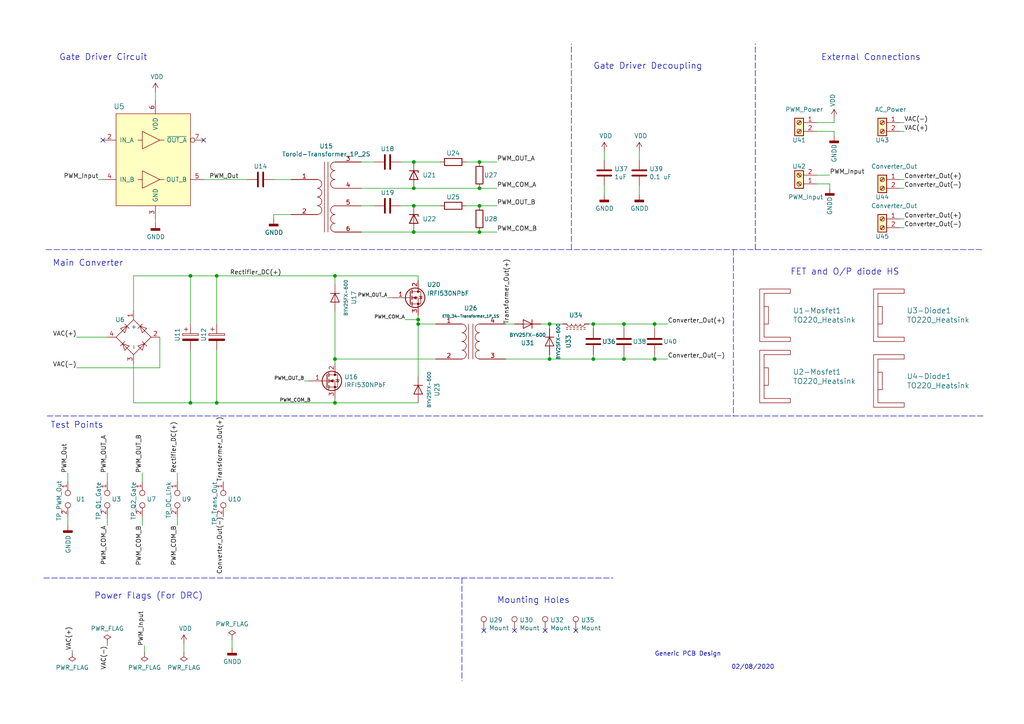
<source format=kicad_sch>
(kicad_sch (version 20211123) (generator eeschema)
  (paper "A4")
  (lib_symbols
    (symbol "Connector:Screw_Terminal_01x02" (pin_names (offset 1.016) hide)
      (property "Reference" "J" (at 0 2.54 0))
      (property "Value" "Screw_Terminal_01x02" (at 0 -5.08 0))
      (symbol "Screw_Terminal_01x02_1_1"
        (rectangle (start -1.27 1.27) (end 1.27 -3.81) (stroke (width 0.254)) (fill (type background)))
        (circle (center 0 -2.54) (radius 0.635) (stroke (width 0.1524)))
        (polyline (pts (xy -0.5334 -2.2098) (xy 0.3302 -3.048)) (stroke (width 0.1524)))
        (polyline (pts (xy -0.5334 0.3302) (xy 0.3302 -0.508)) (stroke (width 0.1524)))
        (polyline (pts (xy -0.3556 -2.032) (xy 0.508 -2.8702)) (stroke (width 0.1524)))
        (polyline (pts (xy -0.3556 0.508) (xy 0.508 -0.3302)) (stroke (width 0.1524)))
        (circle (center 0 0) (radius 0.635) (stroke (width 0.1524)))
        (pin passive line (at -5.08 0 0) (length 3.81) (name "Pin_1") (number "1"))
        (pin passive line (at -5.08 -2.54 0) (length 3.81) (name "Pin_2") (number "2"))
      )
    )
    (symbol "Connector:TestPoint" (pin_numbers hide) (pin_names (offset 0.762) hide)
      (property "Reference" "TP" (at 0 6.858 0))
      (property "Value" "TestPoint" (at 0 5.08 0))
      (symbol "TestPoint_0_1"
        (circle (center 0 3.302) (radius 0.762))
      )
      (symbol "TestPoint_1_1"
        (pin passive line (at 0 0 90) (length 2.54) (name "1") (number "1"))
      )
    )
    (symbol "Connector:TestPoint_2Pole" (pin_names (offset 0.762) hide)
      (property "Reference" "TP" (at 0 1.524 0))
      (property "Value" "TestPoint_2Pole" (at 0 -1.778 0))
      (symbol "TestPoint_2Pole_0_1"
        (circle (center -1.778 0) (radius 0.762))
        (circle (center 1.778 0) (radius 0.762))
        (pin passive line (at -5.08 0 0) (length 2.54) (name "1") (number "1"))
        (pin passive line (at 5.08 0 180) (length 2.54) (name "2") (number "2"))
      )
    )
    (symbol "Device:C" (pin_numbers hide) (pin_names (offset 0.254))
      (property "Reference" "C" (at 0.635 2.54 0))
      (property "Value" "C" (at 0.635 -2.54 0))
      (symbol "C_0_1"
        (polyline (pts (xy -2.032 -0.762) (xy 2.032 -0.762)) (stroke (width 0.508)))
        (polyline (pts (xy -2.032 0.762) (xy 2.032 0.762)) (stroke (width 0.508)))
      )
      (symbol "C_1_1"
        (pin passive line (at 0 3.81 270) (length 2.794) (name "~") (number "1"))
        (pin passive line (at 0 -3.81 90) (length 2.794) (name "~") (number "2"))
      )
    )
    (symbol "Device:D_Zener" (pin_numbers hide) (pin_names (offset 1.016) hide)
      (property "Reference" "D" (at 0 2.54 0))
      (property "Value" "D_Zener" (at 0 -2.54 0))
      (symbol "D_Zener_0_1"
        (polyline (pts (xy 1.27 0) (xy -1.27 0)))
        (polyline (pts (xy -1.27 -1.27) (xy -1.27 1.27) (xy -0.762 1.27)) (stroke (width 0.254)))
        (polyline (pts (xy 1.27 -1.27) (xy 1.27 1.27) (xy -1.27 0) (xy 1.27 -1.27)) (stroke (width 0.254)))
      )
      (symbol "D_Zener_1_1"
        (pin passive line (at -3.81 0 0) (length 2.54) (name "K") (number "1"))
        (pin passive line (at 3.81 0 180) (length 2.54) (name "A") (number "2"))
      )
    )
    (symbol "Device:R" (pin_numbers hide) (pin_names (offset 0))
      (property "Reference" "R" (at 2.032 0 90))
      (property "Value" "R" (at 0 0 90))
      (symbol "R_0_1"
        (rectangle (start -1.016 -2.54) (end 1.016 2.54) (stroke (width 0.254)))
      )
      (symbol "R_1_1"
        (pin passive line (at 0 3.81 270) (length 1.27) (name "~") (number "1"))
        (pin passive line (at 0 -3.81 90) (length 1.27) (name "~") (number "2"))
      )
    )
    (symbol "EEEE2046_electrical:BYV29FX-600" (pin_numbers hide) (pin_names (offset 1.016) hide)
      (property "Reference" "D" (at 0 2.54 0))
      (property "Value" "BYV29FX-600" (at 0 -2.54 0))
      (symbol "BYV29FX-600_0_1"
        (polyline (pts (xy -1.27 1.27) (xy -1.27 -1.27)) (stroke (width 0.2032)))
        (polyline (pts (xy 1.27 0) (xy -1.27 0)))
        (polyline (pts (xy 1.27 1.27) (xy 1.27 -1.27) (xy -1.27 0) (xy 1.27 1.27)) (stroke (width 0.2032)))
      )
      (symbol "BYV29FX-600_1_1"
        (pin passive line (at -3.81 0 0) (length 2.54) (name "K") (number "1"))
        (pin passive line (at 3.81 0 180) (length 2.54) (name "A") (number "2"))
      )
    )
    (symbol "EEEE2046_electrical:ECA2AM102" (pin_numbers hide) (pin_names (offset 0.254))
      (property "Reference" "C" (at 0.635 2.54 0))
      (property "Value" "ECA2AM102" (at 0.635 -2.54 0))
      (symbol "ECA2AM102_0_1"
        (rectangle (start -2.286 0.508) (end -2.286 1.016))
        (rectangle (start -2.286 0.508) (end 2.286 0.508))
        (polyline (pts (xy -1.778 2.286) (xy -0.762 2.286)))
        (polyline (pts (xy -1.27 2.794) (xy -1.27 1.778)))
        (rectangle (start 2.286 -0.508) (end -2.286 -1.016) (fill (type outline)))
        (rectangle (start 2.286 1.016) (end -2.286 1.016))
        (rectangle (start 2.286 1.016) (end 2.286 0.508))
      )
      (symbol "ECA2AM102_1_1"
        (pin passive line (at 0 3.81 270) (length 2.794) (name "~") (number "1"))
        (pin passive line (at 0 -3.81 90) (length 2.794) (name "~") (number "2"))
      )
    )
    (symbol "EEEE2046_electrical:ETD_L" (pin_numbers hide) (pin_names (offset 1.016) hide)
      (property "Reference" "L" (at -1.27 0 90))
      (property "Value" "ETD_L" (at 2.794 0 90))
      (symbol "ETD_L_0_1"
        (arc (start 0 -2.54) (mid 0.635 -1.905) (end 0 -1.27))
        (arc (start 0 -1.27) (mid 0.635 -0.635) (end 0 0))
        (polyline (pts (xy 1.016 -2.794) (xy 1.016 -2.286)))
        (polyline (pts (xy 1.016 -1.778) (xy 1.016 -1.27)))
        (polyline (pts (xy 1.016 -0.762) (xy 1.016 -0.254)))
        (polyline (pts (xy 1.016 0.254) (xy 1.016 0.762)))
        (polyline (pts (xy 1.016 1.27) (xy 1.016 1.778)))
        (polyline (pts (xy 1.016 2.286) (xy 1.016 2.794)))
        (polyline (pts (xy 1.524 -2.286) (xy 1.524 -2.794)))
        (polyline (pts (xy 1.524 -1.27) (xy 1.524 -1.778)))
        (polyline (pts (xy 1.524 -0.254) (xy 1.524 -0.762)))
        (polyline (pts (xy 1.524 0.762) (xy 1.524 0.254)))
        (polyline (pts (xy 1.524 1.778) (xy 1.524 1.27)))
        (polyline (pts (xy 1.524 2.794) (xy 1.524 2.286)))
        (arc (start 0 0) (mid 0.635 0.635) (end 0 1.27))
        (arc (start 0 1.27) (mid 0.635 1.905) (end 0 2.54))
      )
      (symbol "ETD_L_1_1"
        (pin passive line (at 0 3.81 270) (length 1.27) (name "1") (number "1"))
        (pin passive line (at 0 -3.81 90) (length 1.27) (name "2") (number "2"))
      )
    )
    (symbol "EEEE2046_electrical:ETD_Transformer_1P_1S" (pin_names (offset 1.016) hide)
      (property "Reference" "T" (at 0 6.35 0))
      (property "Value" "ETD_Transformer_1P_1S" (at 0 -7.62 0))
      (symbol "ETD_Transformer_1P_1S_0_1"
        (arc (start -2.54 -5.0546) (mid -1.6599 -4.6901) (end -1.27 -3.81))
        (arc (start -2.54 -2.5146) (mid -1.6599 -2.1501) (end -1.27 -1.27))
        (arc (start -2.54 0.0254) (mid -1.6599 0.3899) (end -1.27 1.27))
        (arc (start -2.54 2.5654) (mid -1.6599 2.9299) (end -1.27 3.81))
        (arc (start -1.27 -3.81) (mid -1.642 -2.912) (end -2.54 -2.54))
        (arc (start -1.27 -1.27) (mid -1.642 -0.372) (end -2.54 0))
        (arc (start -1.27 1.27) (mid -1.642 2.168) (end -2.54 2.54))
        (arc (start -1.27 3.81) (mid -1.642 4.708) (end -2.54 5.08))
        (polyline (pts (xy -0.635 5.08) (xy -0.635 -5.08)))
        (polyline (pts (xy 0.635 -5.08) (xy 0.635 5.08)))
        (arc (start 1.2954 -1.27) (mid 1.6599 -2.1501) (end 2.54 -2.5146))
        (arc (start 1.2954 1.27) (mid 1.6599 0.3899) (end 2.54 0.0254))
        (arc (start 1.2954 3.81) (mid 1.6599 2.9299) (end 2.54 2.5654))
        (arc (start 1.3208 -3.81) (mid 1.6853 -4.6901) (end 2.5654 -5.0546))
        (arc (start 2.54 0) (mid 1.642 -0.372) (end 1.2954 -1.27))
        (arc (start 2.54 2.54) (mid 1.642 2.168) (end 1.2954 1.27))
        (arc (start 2.54 5.08) (mid 1.642 4.708) (end 1.2954 3.81))
        (arc (start 2.5654 -2.54) (mid 1.6674 -2.912) (end 1.3208 -3.81))
      )
      (symbol "ETD_Transformer_1P_1S_1_1"
        (pin passive line (at -10.16 5.08 0) (length 7.62) (name "AA") (number "1"))
        (pin passive line (at -10.16 -5.08 0) (length 7.62) (name "AB") (number "2"))
        (pin passive line (at 10.16 -5.08 180) (length 7.62) (name "SA") (number "3"))
        (pin passive line (at 10.16 5.08 180) (length 7.62) (name "SB") (number "4"))
      )
    )
    (symbol "EEEE2046_electrical:IRFI530NPbF" (pin_names (offset 0) hide)
      (property "Reference" "Q" (at 5.08 1.27 0))
      (property "Value" "IRFI530NPbF" (at 5.08 -1.27 0))
      (symbol "IRFI530NPbF_0_1"
        (polyline (pts (xy 0.0508 0) (xy 0.254 0)))
        (polyline (pts (xy 0.762 -1.778) (xy 2.54 -1.778)))
        (polyline (pts (xy 0.762 -1.27) (xy 0.762 -2.286)) (stroke (width 0.254)))
        (polyline (pts (xy 0.762 0) (xy 2.54 0)))
        (polyline (pts (xy 0.762 0.508) (xy 0.762 -0.508)) (stroke (width 0.254)))
        (polyline (pts (xy 0.762 1.778) (xy 2.54 1.778)))
        (polyline (pts (xy 0.762 2.286) (xy 0.762 1.27)) (stroke (width 0.254)))
        (polyline (pts (xy 2.54 -1.778) (xy 2.54 -2.54)))
        (polyline (pts (xy 2.54 -1.778) (xy 2.54 0)))
        (polyline (pts (xy 2.54 2.54) (xy 2.54 1.778)))
        (polyline (pts (xy 0.254 1.905) (xy 0.254 -1.905) (xy 0.254 -1.905)) (stroke (width 0.254)))
        (polyline (pts (xy 1.016 0) (xy 2.032 0.381) (xy 2.032 -0.381) (xy 1.016 0)) (fill (type outline)))
        (polyline (pts (xy 2.54 -1.778) (xy 3.302 -1.778) (xy 3.302 1.778) (xy 2.54 1.778)))
        (polyline (pts (xy 2.794 0.508) (xy 2.921 0.381) (xy 3.683 0.381) (xy 3.81 0.254)))
        (polyline (pts (xy 3.302 0.381) (xy 2.921 -0.254) (xy 3.683 -0.254) (xy 3.302 0.381)))
        (circle (center 1.651 0) (radius 2.8194) (stroke (width 0.254)))
        (circle (center 2.54 -1.778) (radius 0.2794) (fill (type outline)))
        (circle (center 2.54 1.778) (radius 0.2794) (fill (type outline)))
      )
      (symbol "IRFI530NPbF_1_1"
        (pin input line (at -5.08 0 0) (length 5.08) (name "G") (number "1"))
        (pin passive line (at 2.54 5.08 270) (length 2.54) (name "D") (number "2"))
        (pin passive line (at 2.54 -5.08 90) (length 2.54) (name "S") (number "3"))
      )
    )
    (symbol "EEEE2046_electrical:TC4425AVPA" (pin_names (offset 1.016))
      (property "Reference" "U" (at 1.27 1.27 0))
      (property "Value" "TC4425AVPA" (at 10.16 -13.97 0))
      (symbol "TC4425AVPA_0_1"
        (polyline (pts (xy 7.62 -19.05) (xy 6.35 -19.05)))
        (polyline (pts (xy 7.62 -7.62) (xy 6.35 -7.62)))
        (polyline (pts (xy 12.7 -19.05) (xy 13.97 -19.05)))
        (polyline (pts (xy 12.7 -7.62) (xy 13.97 -7.62)))
        (polyline (pts (xy 7.62 -16.51) (xy 7.62 -21.59) (xy 12.7 -19.05) (xy 7.62 -16.51)))
        (polyline (pts (xy 7.62 -5.08) (xy 7.62 -10.16) (xy 12.7 -7.62) (xy 7.62 -5.08)))
        (rectangle (start 0 0) (end 21.59 -26.67) (fill (type background)))
        (pin no_connect line (at 1.27 -30.48 90) (length 3.81) hide (name "NC") (number "1"))
        (pin input line (at -3.81 -7.62 0) (length 3.81) (name "IN_A") (number "2"))
        (pin power_in line (at 11.43 -30.48 90) (length 3.81) (name "GND") (number "3"))
        (pin input line (at -3.81 -19.05 0) (length 3.81) (name "IN_B") (number "4"))
        (pin output line (at 25.4 -19.05 180) (length 3.81) (name "OUT_B") (number "5"))
        (pin power_in line (at 11.43 3.81 270) (length 3.81) (name "VDD") (number "6"))
        (pin output inverted (at 25.4 -7.62 180) (length 3.81) (name "~{OUT_A}") (number "7"))
        (pin no_connect line (at 3.81 -30.48 90) (length 3.81) hide (name "NC") (number "8"))
      )
    )
    (symbol "EEEE2046_electrical:TO220_Heatsink" (pin_names (offset 1.016))
      (property "Reference" "U" (at 0 0 0))
      (property "Value" "TO220_Heatsink" (at 0 2.54 0))
      (symbol "TO220_Heatsink_0_1"
        (polyline (pts (xy -2.54 -2.54) (xy -2.54 -3.81) (xy 2.54 -3.81) (xy 2.54 -2.54)))
        (polyline (pts (xy -7.62 -1.27) (xy 7.62 -1.27) (xy 7.62 -10.16) (xy 6.35 -10.16) (xy 6.35 -2.54) (xy -6.35 -2.54) (xy -6.35 -10.16) (xy -7.62 -10.16) (xy -7.62 -1.27)))
      )
    )
    (symbol "EEEE2046_electrical:Toroid-Transformer_1P_2S" (pin_names (offset 1.016) hide)
      (property "Reference" "T" (at 0 12.7 0))
      (property "Value" "Toroid-Transformer_1P_2S" (at 0 -12.7 0))
      (symbol "Toroid-Transformer_1P_2S_0_1"
        (arc (start -2.54 -5.0546) (mid -1.6599 -4.6901) (end -1.27 -3.81))
        (arc (start -2.54 -2.5146) (mid -1.6599 -2.1501) (end -1.27 -1.27))
        (arc (start -2.54 0.0254) (mid -1.6599 0.3899) (end -1.27 1.27))
        (arc (start -2.54 2.5654) (mid -1.6599 2.9299) (end -1.27 3.81))
        (arc (start -1.27 -3.81) (mid -1.642 -2.912) (end -2.54 -2.54))
        (arc (start -1.27 -1.27) (mid -1.642 -0.372) (end -2.54 0))
        (arc (start -1.27 1.27) (mid -1.642 2.168) (end -2.54 2.54))
        (arc (start -1.27 3.81) (mid -1.642 4.708) (end -2.54 5.08))
        (polyline (pts (xy -0.508 -10.16) (xy -0.508 10.16)))
        (polyline (pts (xy 0.508 10.16) (xy 0.508 -10.16)))
        (arc (start 1.2954 -8.89) (mid 1.6599 -9.7701) (end 2.54 -10.1346))
        (arc (start 1.2954 -6.35) (mid 1.6599 -7.2301) (end 2.54 -7.5946))
        (arc (start 1.2954 -3.81) (mid 1.6599 -4.6901) (end 2.54 -5.0546))
        (arc (start 1.2954 3.81) (mid 1.6599 2.9299) (end 2.54 2.5654))
        (arc (start 1.2954 6.35) (mid 1.6599 5.4699) (end 2.54 5.1054))
        (arc (start 1.2954 8.89) (mid 1.6599 8.0099) (end 2.54 7.6454))
        (arc (start 2.54 -7.62) (mid 1.642 -7.992) (end 1.2954 -8.89))
        (arc (start 2.54 -5.08) (mid 1.642 -5.452) (end 1.2954 -6.35))
        (arc (start 2.54 -2.54) (mid 1.642 -2.912) (end 1.2954 -3.81))
        (arc (start 2.54 5.08) (mid 1.642 4.708) (end 1.2954 3.81))
        (arc (start 2.54 7.62) (mid 1.642 7.248) (end 1.2954 6.35))
        (arc (start 2.54 10.16) (mid 1.642 9.788) (end 1.2954 8.89))
      )
      (symbol "Toroid-Transformer_1P_2S_1_1"
        (pin passive line (at -10.16 5.08 0) (length 7.62) (name "AA") (number "1"))
        (pin passive line (at -10.16 -5.08 0) (length 7.62) (name "AB") (number "2"))
        (pin passive line (at 10.16 10.16 180) (length 7.62) (name "SA") (number "3"))
        (pin passive line (at 10.16 2.54 180) (length 7.62) (name "SB") (number "4"))
        (pin passive line (at 10.16 -2.54 180) (length 7.62) (name "SC") (number "5"))
        (pin passive line (at 10.16 -10.16 180) (length 7.62) (name "SD") (number "6"))
      )
    )
    (symbol "EEEE2046_electrical:VS-KBPC606PBF" (pin_names (offset 1.27))
      (property "Reference" "D" (at 1.27 6.985 0))
      (property "Value" "VS-KBPC606PBF" (at 1.27 5.08 0))
      (symbol "VS-KBPC606PBF_0_1"
        (polyline (pts (xy -2.54 3.81) (xy -1.27 2.54)))
        (polyline (pts (xy -1.27 -2.54) (xy -2.54 -3.81)))
        (polyline (pts (xy 2.54 -1.27) (xy 3.81 -2.54)))
        (polyline (pts (xy 2.54 1.27) (xy 3.81 2.54)))
        (polyline (pts (xy -3.81 2.54) (xy -2.54 1.27) (xy -1.905 3.175) (xy -3.81 2.54)))
        (polyline (pts (xy -2.54 -1.27) (xy -3.81 -2.54) (xy -1.905 -3.175) (xy -2.54 -1.27)))
        (polyline (pts (xy 1.27 2.54) (xy 2.54 3.81) (xy 3.175 1.905) (xy 1.27 2.54)))
        (polyline (pts (xy 3.175 -1.905) (xy 1.27 -2.54) (xy 2.54 -3.81) (xy 3.175 -1.905)))
        (polyline (pts (xy -5.08 0) (xy 0 -5.08) (xy 5.08 0) (xy 0 5.08) (xy -5.08 0)))
      )
      (symbol "VS-KBPC606PBF_1_1"
        (pin input line (at 7.62 0 180) (length 2.54) (name "+") (number "1"))
        (pin input line (at 0 -7.62 90) (length 2.54) (name "~") (number "2"))
        (pin input line (at -7.62 0 0) (length 2.54) (name "-") (number "3"))
        (pin input line (at 0 7.62 270) (length 2.54) (name "~") (number "4"))
      )
    )
    (symbol "power:GNDD" (power) (pin_names (offset 0))
      (property "Value" "GNDD" (at 0 -3.175 0))
      (symbol "GNDD_0_1"
        (rectangle (start -1.27 -1.524) (end 1.27 -2.032) (stroke (width 0.254)) (fill (type outline)))
        (polyline (pts (xy 0 0) (xy 0 -1.524)))
      )
      (symbol "GNDD_1_1"
        (pin power_in line (at 0 0 270) (length 0) hide (name "GNDD") (number "1"))
      )
    )
    (symbol "power:PWR_FLAG" (power) (pin_numbers hide) (pin_names (offset 0) hide)
      (property "Value" "PWR_FLAG" (at 0 3.81 0))
      (symbol "PWR_FLAG_0_0"
        (pin power_out line (at 0 0 90) (length 0) (name "pwr") (number "1"))
      )
      (symbol "PWR_FLAG_0_1"
        (polyline (pts (xy 0 0) (xy 0 1.27) (xy -1.016 1.905) (xy 0 2.54) (xy 1.016 1.905) (xy 0 1.27)))
      )
    )
    (symbol "power:VDD" (power) (pin_names (offset 0))
      (property "Value" "VDD" (at 0 3.81 0))
      (symbol "VDD_0_1"
        (polyline (pts (xy -0.762 1.27) (xy 0 2.54)))
        (polyline (pts (xy 0 0) (xy 0 2.54)))
        (polyline (pts (xy 0 2.54) (xy 0.762 1.27)))
      )
      (symbol "VDD_1_1"
        (pin power_in line (at 0 0 90) (length 0) hide (name "VDD") (number "1"))
      )
    )
  )
  (junction (at 62.865 116.84))
  (junction (at 62.865 80.01))
  (junction (at 121.285 92.71))
  (junction (at 120.015 59.69))
  (junction (at 159.385 104.14))
  (junction (at 139.065 46.99))
  (junction (at 172.085 93.98))
  (junction (at 55.245 80.01))
  (junction (at 189.865 93.98))
  (junction (at 55.245 116.84))
  (junction (at 120.015 54.61))
  (junction (at 189.865 104.14))
  (junction (at 139.065 54.61))
  (junction (at 97.155 80.01))
  (junction (at 139.065 67.31))
  (junction (at 180.975 93.98))
  (junction (at 121.285 93.98))
  (junction (at 139.065 59.69))
  (junction (at 172.085 104.14))
  (junction (at 180.975 104.14))
  (junction (at 120.015 67.31))
  (junction (at 159.385 93.98))
  (junction (at 120.015 46.99))
  (junction (at 97.155 104.14))
  (junction (at 97.155 116.84))
  (no_connect (at 167.005 182.88))
  (no_connect (at 149.225 182.88))
  (no_connect (at 29.845 40.64))
  (no_connect (at 140.335 182.88))
  (no_connect (at 59.055 40.64))
  (no_connect (at 158.115 182.88))
  (wire (pts (xy 29.845 52.07) (xy 28.575 52.07)))
  (wire (pts (xy 159.385 104.14) (xy 172.085 104.14)))
  (wire (pts (xy 139.065 59.69) (xy 144.145 59.69)))
  (wire (pts (xy 262.255 38.1) (xy 260.985 38.1)))
  (wire (pts (xy 84.455 62.23) (xy 79.375 62.23)))
  (wire (pts (xy 172.085 93.98) (xy 172.085 95.25)))
  (wire (pts (xy 262.255 52.07) (xy 260.985 52.07)))
  (wire (pts (xy 41.275 152.4) (xy 41.275 149.86)))
  (wire (pts (xy 20.955 188.595) (xy 20.955 189.23)))
  (polyline (pts (xy 12.7 167.64) (xy 177.8 167.64)))
  (wire (pts (xy 236.855 53.34) (xy 240.665 53.34)))
  (wire (pts (xy 172.085 104.14) (xy 172.085 102.87)))
  (wire (pts (xy 127.635 59.69) (xy 120.015 59.69)))
  (wire (pts (xy 51.435 149.86) (xy 51.435 152.4)))
  (wire (pts (xy 31.115 139.7) (xy 31.115 137.16)))
  (polyline (pts (xy 212.725 72.39) (xy 212.725 120.65)))
  (wire (pts (xy 22.225 106.68) (xy 46.355 106.68)))
  (wire (pts (xy 260.985 35.56) (xy 262.255 35.56)))
  (wire (pts (xy 139.065 59.69) (xy 135.255 59.69)))
  (wire (pts (xy 120.015 46.99) (xy 127.635 46.99)))
  (wire (pts (xy 135.255 46.99) (xy 139.065 46.99)))
  (wire (pts (xy 41.275 139.7) (xy 41.275 137.16)))
  (wire (pts (xy 240.665 50.8) (xy 236.855 50.8)))
  (wire (pts (xy 31.115 152.4) (xy 31.115 149.86)))
  (wire (pts (xy 120.015 59.69) (xy 116.205 59.69)))
  (wire (pts (xy 189.865 95.25) (xy 189.865 93.98)))
  (wire (pts (xy 53.34 186.69) (xy 53.34 189.23)))
  (wire (pts (xy 175.26 53.975) (xy 175.26 56.515)))
  (wire (pts (xy 88.265 110.49) (xy 89.535 110.49)))
  (polyline (pts (xy 165.735 72.39) (xy 165.735 12.7)))
  (polyline (pts (xy 133.985 167.64) (xy 133.985 197.485)))
  (wire (pts (xy 104.775 59.69) (xy 108.585 59.69)))
  (wire (pts (xy 97.155 80.01) (xy 121.285 80.01)))
  (wire (pts (xy 156.845 93.98) (xy 159.385 93.98)))
  (wire (pts (xy 38.735 116.84) (xy 55.245 116.84)))
  (wire (pts (xy 260.985 54.61) (xy 262.255 54.61)))
  (wire (pts (xy 159.385 95.25) (xy 159.385 93.98)))
  (wire (pts (xy 62.865 116.84) (xy 97.155 116.84)))
  (wire (pts (xy 189.865 102.87) (xy 189.865 104.14)))
  (wire (pts (xy 172.085 104.14) (xy 180.975 104.14)))
  (wire (pts (xy 46.355 106.68) (xy 46.355 97.79)))
  (wire (pts (xy 146.685 104.14) (xy 159.385 104.14)))
  (wire (pts (xy 185.42 46.355) (xy 185.42 43.815)))
  (wire (pts (xy 97.155 116.84) (xy 121.285 116.84)))
  (wire (pts (xy 144.145 67.31) (xy 139.065 67.31)))
  (wire (pts (xy 189.865 104.14) (xy 193.675 104.14)))
  (wire (pts (xy 104.775 67.31) (xy 120.015 67.31)))
  (wire (pts (xy 45.085 29.21) (xy 45.085 26.67)))
  (wire (pts (xy 62.865 93.98) (xy 62.865 80.01)))
  (wire (pts (xy 38.735 80.01) (xy 55.245 80.01)))
  (wire (pts (xy 241.935 35.56) (xy 241.935 34.29)))
  (wire (pts (xy 97.155 115.57) (xy 97.155 116.84)))
  (wire (pts (xy 59.055 52.07) (xy 71.755 52.07)))
  (wire (pts (xy 159.385 93.98) (xy 163.195 93.98)))
  (wire (pts (xy 121.285 92.71) (xy 121.285 93.98)))
  (wire (pts (xy 62.865 80.01) (xy 97.155 80.01)))
  (wire (pts (xy 193.675 93.98) (xy 189.865 93.98)))
  (wire (pts (xy 97.155 90.17) (xy 97.155 104.14)))
  (wire (pts (xy 120.015 67.31) (xy 139.065 67.31)))
  (wire (pts (xy 240.665 53.34) (xy 240.665 54.61)))
  (wire (pts (xy 139.065 46.99) (xy 144.145 46.99)))
  (wire (pts (xy 116.205 46.99) (xy 120.015 46.99)))
  (wire (pts (xy 55.245 116.84) (xy 62.865 116.84)))
  (wire (pts (xy 262.255 63.5) (xy 260.985 63.5)))
  (wire (pts (xy 31.115 187.325) (xy 31.115 186.69)))
  (wire (pts (xy 126.365 93.98) (xy 121.285 93.98)))
  (wire (pts (xy 180.975 104.14) (xy 189.865 104.14)))
  (wire (pts (xy 38.735 90.17) (xy 38.735 80.01)))
  (wire (pts (xy 22.225 97.79) (xy 31.115 97.79)))
  (wire (pts (xy 79.375 52.07) (xy 84.455 52.07)))
  (wire (pts (xy 19.685 139.7) (xy 19.685 137.16)))
  (wire (pts (xy 159.385 102.87) (xy 159.385 104.14)))
  (wire (pts (xy 55.245 80.01) (xy 62.865 80.01)))
  (polyline (pts (xy 219.075 72.39) (xy 219.075 12.7)))
  (wire (pts (xy 236.855 35.56) (xy 241.935 35.56)))
  (wire (pts (xy 180.975 102.87) (xy 180.975 104.14)))
  (wire (pts (xy 126.365 104.14) (xy 97.155 104.14)))
  (wire (pts (xy 41.91 189.23) (xy 41.91 187.325)))
  (wire (pts (xy 117.475 92.71) (xy 121.285 92.71)))
  (polyline (pts (xy 285.115 120.65) (xy 13.335 120.65)))
  (wire (pts (xy 112.395 86.36) (xy 113.665 86.36)))
  (wire (pts (xy 45.085 63.5) (xy 45.085 64.77)))
  (polyline (pts (xy 13.335 72.39) (xy 285.115 72.39)))
  (wire (pts (xy 67.31 185.42) (xy 67.31 187.96)))
  (wire (pts (xy 189.865 93.98) (xy 180.975 93.98)))
  (wire (pts (xy 55.245 101.6) (xy 55.245 116.84)))
  (wire (pts (xy 51.435 139.7) (xy 51.435 137.16)))
  (wire (pts (xy 241.935 38.1) (xy 241.935 39.37)))
  (wire (pts (xy 180.975 95.25) (xy 180.975 93.98)))
  (wire (pts (xy 121.285 80.01) (xy 121.285 81.28)))
  (wire (pts (xy 38.735 105.41) (xy 38.735 116.84)))
  (wire (pts (xy 146.685 93.98) (xy 149.225 93.98)))
  (wire (pts (xy 79.375 62.23) (xy 79.375 63.5)))
  (wire (pts (xy 120.015 54.61) (xy 139.065 54.61)))
  (wire (pts (xy 260.985 66.04) (xy 262.255 66.04)))
  (wire (pts (xy 121.285 91.44) (xy 121.285 92.71)))
  (wire (pts (xy 19.685 149.86) (xy 19.685 152.4)))
  (wire (pts (xy 97.155 80.01) (xy 97.155 82.55)))
  (wire (pts (xy 55.245 93.98) (xy 55.245 80.01)))
  (wire (pts (xy 185.42 53.975) (xy 185.42 56.515)))
  (wire (pts (xy 104.775 54.61) (xy 120.015 54.61)))
  (wire (pts (xy 236.855 38.1) (xy 241.935 38.1)))
  (wire (pts (xy 180.975 93.98) (xy 172.085 93.98)))
  (wire (pts (xy 104.775 46.99) (xy 108.585 46.99)))
  (wire (pts (xy 175.26 46.355) (xy 175.26 43.815)))
  (wire (pts (xy 62.865 101.6) (xy 62.865 116.84)))
  (wire (pts (xy 144.145 54.61) (xy 139.065 54.61)))
  (wire (pts (xy 170.815 93.98) (xy 172.085 93.98)))
  (wire (pts (xy 121.285 93.98) (xy 121.285 109.22)))
  (wire (pts (xy 97.155 104.14) (xy 97.155 105.41)))
  (text "Generic PCB Design" (at 189.865 190.5 0) (effects (font (size 1.27 1.27)) (justify left bottom)))
  (text "Gate Driver Circuit" (at 17.145 17.78 0) (effects (font (size 1.8034 1.8034)) (justify left bottom)))
  (text "External Connections" (at 238.125 17.78 0) (effects (font (size 1.8034 1.8034)) (justify left bottom)))
  (text "Mounting Holes" (at 144.145 175.26 0) (effects (font (size 1.8034 1.8034)) (justify left bottom)))
  (text "Power Flags (For DRC)" (at 27.305 173.99 0) (effects (font (size 1.8034 1.8034)) (justify left bottom)))
  (text "Gate Driver Decoupling" (at 172.085 20.32 0) (effects (font (size 1.8034 1.8034)) (justify left bottom)))
  (text "02/08/2020\n" (at 212.09 194.31 0) (effects (font (size 1.27 1.27)) (justify left bottom)))
  (text "Main Converter" (at 15.24 77.47 0) (effects (font (size 1.8034 1.8034)) (justify left bottom)))
  (text "FET and O/P diode HS" (at 229.235 80.01 0) (effects (font (size 1.8034 1.8034)) (justify left bottom)))
  (text "Test Points\n" (at 14.605 124.46 0) (effects (font (size 1.8034 1.8034)) (justify left bottom)))
  (label "PWM_COM_B" (at 41.275 152.4 270))
  (label "VAC(+)" (at 262.255 38.1 0))
  (label "Transformer_Out(+)" (at 147.955 93.98 90))
  (label "PWM_Input" (at 28.575 52.07 180))
  (label "PWM_COM_B" (at 90.17 116.84 180) (effects (font (size 0.9906 0.9906))))
  (label "PWM_COM_A" (at 31.115 152.4 270))
  (label "Converter_Out(+)" (at 193.675 93.98 0))
  (label "Rectifier_DC(+)" (at 51.435 137.16 90))
  (label "PWM_OUT_B" (at 88.265 110.49 180) (effects (font (size 0.9906 0.9906))))
  (label "PWM_COM_A" (at 117.475 92.71 180) (effects (font (size 0.9906 0.9906))))
  (label "PWM_OUT_A" (at 112.395 86.36 180) (effects (font (size 0.9906 0.9906))))
  (label "Transformer_Out(+)" (at 64.77 139.7 90))
  (label "Converter_Out(-)" (at 262.255 66.04 0))
  (label "PWM_COM_A" (at 144.145 54.61 0))
  (label "Converter_Out(-)" (at 193.675 104.14 0))
  (label "Converter_Out(-)" (at 64.77 149.86 270))
  (label "Converter_Out(-)" (at 262.255 54.61 0))
  (label "VAC(+)" (at 20.955 188.595 90))
  (label "VAC(-)" (at 22.225 106.68 180))
  (label "VAC(+)" (at 22.225 97.79 180))
  (label "Converter_Out(+)" (at 262.255 63.5 0))
  (label "PWM_Input" (at 240.665 50.8 0))
  (label "Converter_Out(+)" (at 262.255 52.07 0))
  (label "VAC(-)" (at 262.255 35.56 0))
  (label "PWM_COM_B" (at 51.435 152.4 270))
  (label "PWM_Out" (at 69.215 52.07 180))
  (label "PWM_COM_B" (at 144.145 67.31 0))
  (label "PWM_Out" (at 19.685 137.16 90))
  (label "PWM_OUT_B" (at 41.275 137.16 90))
  (label "PWM_OUT_A" (at 144.145 46.99 0))
  (label "PWM_Input" (at 41.91 187.325 90))
  (label "PWM_OUT_B" (at 144.145 59.69 0))
  (label "VAC(-)" (at 31.115 187.325 270))
  (label "Rectifier_DC(+)" (at 66.675 80.01 0))
  (label "PWM_OUT_A" (at 31.115 137.16 90))
  (symbol (lib_id "power:GNDD") (at 67.31 187.96 0) (unit 1)
    (property "Reference" "#PWR05" (effects hide))
    (property "Value" "GNDD" (at 67.4116 191.897 0))
  )
  (symbol (lib_id "power:GNDD") (at 241.935 39.37 0) (unit 1)
    (property "Reference" "#PWR013" (effects hide))
    (property "Value" "GNDD" (at 241.935 44.45 90))
  )
  (symbol (lib_id "EEEE2046_electrical:IRFI530NPbF") (at 94.615 110.49 0) (unit 1)
    (property "Reference" "U16" (at 99.8474 109.3216 0) (effects (justify left)))
    (property "Value" "IRFI530NPbF" (at 99.8474 111.633 0) (effects (justify left)))
    (property "Footprint" "EEEE2046_Electrical:TO-220FPAB" (effects hide))
  )
  (symbol (lib_id "power:PWR_FLAG") (at 41.91 189.23 180) (unit 1)
    (property "Reference" "#U08" (effects hide))
    (property "Value" "PWR_FLAG" (at 41.91 193.6242 0))
  )
  (symbol (lib_id "Connector:TestPoint_2Pole") (at 64.77 144.78 270) (unit 1)
    (property "Reference" "U10" (at 66.04 144.78 90) (effects (justify left)))
    (property "Value" "TP_Trans_Out" (at 62.23 139.7 0) (effects (justify left)))
    (property "Footprint" "TestPoint:TestPoint_2Pads_Pitch2.54mm_Drill0.8mm" (effects hide))
  )
  (symbol (lib_id "Connector:Screw_Terminal_01x02") (at 255.905 63.5 0) (mirror y) (unit 1)
    (property "Reference" "U45" (at 255.905 68.58 0))
    (property "Value" "Converter_Out" (at 266.065 59.69 0) (effects (justify left)))
    (property "Footprint" "EEEE2046_Electrical:2wayTerminalBlock" (effects hide))
  )
  (symbol (lib_id "power:GNDD") (at 185.42 56.515 0) (unit 1)
    (property "Reference" "#PWR010" (effects hide))
    (property "Value" "GNDD" (at 185.5216 60.452 0))
  )
  (symbol (lib_id "Device:C") (at 172.085 99.06 0) (unit 1)
    (property "Reference" "U36" (at 174.625 99.06 0) (effects (justify left)))
    (property "Value" "F" (effects hide))
    (property "Footprint" "Capacitor_THT:CP_Radial_D10.0mm_P2.50mm_P5.00mm" (effects hide))
  )
  (symbol (lib_id "power:GNDD") (at 45.085 64.77 0) (unit 1)
    (property "Reference" "#PWR03" (effects hide))
    (property "Value" "GNDD" (at 45.1866 68.707 0))
  )
  (symbol (lib_id "power:GNDD") (at 175.26 56.515 0) (unit 1)
    (property "Reference" "#PWR08" (effects hide))
    (property "Value" "GNDD" (at 175.3616 60.452 0))
  )
  (symbol (lib_id "EEEE2046_electrical:BYV29FX-600") (at 159.385 99.06 270) (unit 1)
    (property "Reference" "U33" (at 164.8714 99.06 0))
    (property "Value" "BYV25FX-600" (at 161.925 99.06 0) (effects (font (size 0.9906 0.9906))))
    (property "Footprint" "EEEE2046_Electrical:SOD113" (effects hide))
  )
  (symbol (lib_id "Device:C") (at 185.42 50.165 0) (unit 1)
    (property "Reference" "U39" (at 188.341 48.9966 0) (effects (justify left)))
    (property "Value" "0.1 uF" (at 188.341 51.308 0) (effects (justify left)))
    (property "Footprint" "Capacitor_THT:C_Rect_L7.0mm_W3.5mm_P2.50mm_P5.00mm" (effects hide))
  )
  (symbol (lib_id "Connector:TestPoint") (at 149.225 182.88 0) (unit 1)
    (property "Reference" "U30" (at 150.6982 179.832 0) (effects (justify left)))
    (property "Value" "Mount" (at 150.6982 182.1434 0) (effects (justify left)))
    (property "Footprint" "MountingHole:MountingHole_3.2mm_M3_Pad_Via" (effects hide))
  )
  (symbol (lib_id "EEEE2046_electrical:VS-KBPC606PBF") (at 38.735 97.79 90) (unit 1)
    (property "Reference" "U6" (at 36.195 92.71 90) (effects (justify left)))
    (property "Value" "VS-KBPC606PBF" (effects hide))
    (property "Footprint" "EEEE2046_Electrical:Diode_Bridge_Vishay_KBPC6" (effects hide))
  )
  (symbol (lib_id "Device:R") (at 139.065 63.5 180) (unit 1)
    (property "Reference" "U28" (at 140.335 63.5 0) (effects (justify right)))
    (property "Value" "R" (effects hide))
    (property "Footprint" "Resistor_THT:R_Axial_DIN0207_L6.3mm_D2.5mm_P10.16mm_Horizontal" (effects hide))
  )
  (symbol (lib_id "power:PWR_FLAG") (at 67.31 185.42 0) (unit 1)
    (property "Reference" "#U013" (effects hide))
    (property "Value" "PWR_FLAG" (at 67.31 181.0004 0))
  )
  (symbol (lib_id "Device:R") (at 139.065 50.8 180) (unit 1)
    (property "Reference" "U27" (at 140.335 50.8 0) (effects (justify right)))
    (property "Value" "R" (effects hide))
    (property "Footprint" "Resistor_THT:R_Axial_DIN0207_L6.3mm_D2.5mm_P10.16mm_Horizontal" (effects hide))
  )
  (symbol (lib_id "power:PWR_FLAG") (at 20.955 189.23 180) (unit 1)
    (property "Reference" "#U02" (effects hide))
    (property "Value" "PWR_FLAG" (at 20.955 193.6242 0))
  )
  (symbol (lib_id "EEEE2046_electrical:IRFI530NPbF") (at 118.745 86.36 0) (unit 1)
    (property "Reference" "U20" (at 123.825 82.55 0) (effects (justify left)))
    (property "Value" "IRFI530NPbF" (at 123.825 85.09 0) (effects (justify left)))
    (property "Footprint" "EEEE2046_Electrical:TO-220FPAB" (effects hide))
  )
  (symbol (lib_id "Device:C") (at 112.395 59.69 270) (unit 1)
    (property "Reference" "U19" (at 112.395 55.88 90))
    (property "Value" "F" (effects hide))
    (property "Footprint" "Capacitor_THT:C_Rect_L7.0mm_W3.5mm_P2.50mm_P5.00mm" (effects hide))
  )
  (symbol (lib_id "EEEE2046_electrical:ETD_L") (at 167.005 93.98 270) (unit 1)
    (property "Reference" "U34" (at 167.005 91.44 90))
    (property "Value" "H" (effects hide))
    (property "Footprint" "EEEE2046_Electrical:ETD_34-L" (effects hide))
  )
  (symbol (lib_id "power:PWR_FLAG") (at 31.115 186.69 0) (unit 1)
    (property "Reference" "#U04" (effects hide))
    (property "Value" "PWR_FLAG" (at 31.115 182.2958 0))
  )
  (symbol (lib_id "EEEE2046_electrical:TO220_Heatsink") (at 252.095 110.49 90) (unit 1)
    (property "Reference" "U4-Diode1" (at 262.9662 109.1438 90) (effects (font (size 1.524 1.524)) (justify right)))
    (property "Value" "TO220_Heatsink" (at 262.9662 111.8362 90) (effects (font (size 1.524 1.524)) (justify right)))
    (property "Footprint" "EEEE2046_Electrical:TO220_Heatsink" (effects hide))
  )
  (symbol (lib_id "Device:C") (at 75.565 52.07 270) (unit 1)
    (property "Reference" "U14" (at 75.565 48.26 90))
    (property "Value" "F" (effects hide))
    (property "Footprint" "Capacitor_THT:C_Rect_L7.0mm_W3.5mm_P2.50mm_P5.00mm" (effects hide))
  )
  (symbol (lib_id "Connector:TestPoint") (at 140.335 182.88 0) (unit 1)
    (property "Reference" "U29" (at 141.8082 179.832 0) (effects (justify left)))
    (property "Value" "Mount" (at 141.8082 182.1434 0) (effects (justify left)))
    (property "Footprint" "MountingHole:MountingHole_3.2mm_M3_Pad_Via" (effects hide))
  )
  (symbol (lib_id "EEEE2046_electrical:TO220_Heatsink") (at 219.075 109.22 90) (unit 1)
    (property "Reference" "U2-Mosfet1" (at 229.9462 107.8738 90) (effects (font (size 1.524 1.524)) (justify right)))
    (property "Value" "TO220_Heatsink" (at 229.9462 110.5662 90) (effects (font (size 1.524 1.524)) (justify right)))
    (property "Footprint" "EEEE2046_Electrical:TO220_Heatsink" (effects hide))
  )
  (symbol (lib_id "EEEE2046_electrical:ECA2AM102") (at 55.245 97.79 0) (unit 1)
    (property "Reference" "U11" (at 51.435 99.06 90) (effects (justify left)))
    (property "Value" "ECA2AM102" (effects hide))
    (property "Footprint" "Capacitor_THT:CP_Radial_D18.0mm_P7.50mm" (effects hide))
  )
  (symbol (lib_id "EEEE2046_electrical:ETD_Transformer_1P_1S") (at 136.525 99.06 0) (unit 1)
    (property "Reference" "U26" (at 136.525 89.3826 0))
    (property "Value" "ETD_34-Transformer_1P_1S" (at 136.525 91.694 0) (effects (font (size 0.7874 0.7874))))
    (property "Footprint" "EEEE2046_Electrical:ETD_34-XMR" (effects hide))
  )
  (symbol (lib_id "Connector:TestPoint") (at 158.115 182.88 0) (unit 1)
    (property "Reference" "U32" (at 159.5882 179.832 0) (effects (justify left)))
    (property "Value" "Mount" (at 159.5882 182.1434 0) (effects (justify left)))
    (property "Footprint" "MountingHole:MountingHole_3.2mm_M3_Pad_Via" (effects hide))
  )
  (symbol (lib_id "EEEE2046_electrical:TO220_Heatsink") (at 219.075 91.44 90) (unit 1)
    (property "Reference" "U1-Mosfet1" (at 229.9462 90.0938 90) (effects (font (size 1.524 1.524)) (justify right)))
    (property "Value" "TO220_Heatsink" (at 229.9462 92.7862 90) (effects (font (size 1.524 1.524)) (justify right)))
    (property "Footprint" "EEEE2046_Electrical:TO220_Heatsink" (effects hide))
  )
  (symbol (lib_id "Connector:Screw_Terminal_01x02") (at 255.905 52.07 0) (mirror y) (unit 1)
    (property "Reference" "U44" (at 255.905 57.15 0))
    (property "Value" "Converter_Out" (at 266.065 48.26 0) (effects (justify left)))
    (property "Footprint" "EEEE2046_Electrical:2wayTerminalBlock" (effects hide))
  )
  (symbol (lib_id "power:VDD") (at 175.26 43.815 0) (unit 1)
    (property "Reference" "#PWR07" (effects hide))
    (property "Value" "VDD" (at 175.6918 39.4208 0))
  )
  (symbol (lib_id "Connector:TestPoint") (at 167.005 182.88 0) (unit 1)
    (property "Reference" "U35" (at 168.4782 179.832 0) (effects (justify left)))
    (property "Value" "Mount" (at 168.4782 182.1434 0) (effects (justify left)))
    (property "Footprint" "MountingHole:MountingHole_3.2mm_M3_Pad_Via" (effects hide))
  )
  (symbol (lib_id "power:GNDD") (at 240.665 54.61 0) (unit 1)
    (property "Reference" "#PWR011" (effects hide))
    (property "Value" "GNDD" (at 240.665 59.69 90))
  )
  (symbol (lib_id "EEEE2046_electrical:ECA2AM102") (at 62.865 97.79 0) (unit 1)
    (property "Reference" "U12" (at 59.055 99.06 90) (effects (justify left)))
    (property "Value" "ECA2AM102" (effects hide))
    (property "Footprint" "Capacitor_THT:CP_Radial_D18.0mm_P7.50mm" (effects hide))
  )
  (symbol (lib_id "EEEE2046_electrical:TO220_Heatsink") (at 252.095 91.44 90) (unit 1)
    (property "Reference" "U3-Diode1" (at 262.9662 90.0938 90) (effects (font (size 1.524 1.524)) (justify right)))
    (property "Value" "TO220_Heatsink" (at 262.9662 92.7862 90) (effects (font (size 1.524 1.524)) (justify right)))
    (property "Footprint" "EEEE2046_Electrical:TO220_Heatsink" (effects hide))
  )
  (symbol (lib_id "EEEE2046_electrical:TC4425AVPA") (at 33.655 33.02 0) (unit 1)
    (property "Reference" "U5" (at 36.195 31.75 0) (effects (font (size 1.524 1.524)) (justify right bottom)))
    (property "Value" "TC4425AVPA" (effects hide))
    (property "Footprint" "Package_DIP:DIP-8_W7.62mm_Socket_LongPads" (effects hide))
  )
  (symbol (lib_id "Connector:TestPoint_2Pole") (at 51.435 144.78 270) (unit 1)
    (property "Reference" "U9" (at 52.705 144.78 90) (effects (justify left)))
    (property "Value" "TP_DC_Link" (at 48.895 139.7 0) (effects (justify left)))
    (property "Footprint" "TestPoint:TestPoint_2Pads_Pitch2.54mm_Drill0.8mm" (effects hide))
  )
  (symbol (lib_id "power:VDD") (at 53.34 186.69 0) (unit 1)
    (property "Reference" "#PWR04" (effects hide))
    (property "Value" "VDD" (at 53.7718 182.2958 0))
  )
  (symbol (lib_id "Device:C") (at 180.975 99.06 0) (unit 1)
    (property "Reference" "U38" (at 183.515 99.06 0) (effects (justify left)))
    (property "Value" "F" (effects hide))
    (property "Footprint" "Capacitor_THT:CP_Radial_D10.0mm_P2.50mm_P5.00mm" (effects hide))
  )
  (symbol (lib_id "Connector:TestPoint_2Pole") (at 31.115 144.78 270) (unit 1)
    (property "Reference" "U3" (at 32.385 144.78 90) (effects (justify left)))
    (property "Value" "TP_Q1_Gate" (at 28.575 139.7 0) (effects (justify left)))
    (property "Footprint" "TestPoint:TestPoint_2Pads_Pitch2.54mm_Drill0.8mm" (effects hide))
  )
  (symbol (lib_id "power:VDD") (at 185.42 43.815 0) (unit 1)
    (property "Reference" "#PWR09" (effects hide))
    (property "Value" "VDD" (at 185.8518 39.4208 0))
  )
  (symbol (lib_id "Device:C") (at 112.395 46.99 270) (unit 1)
    (property "Reference" "U18" (at 112.395 43.18 90))
    (property "Value" "F" (effects hide))
    (property "Footprint" "Capacitor_THT:C_Rect_L7.0mm_W3.5mm_P2.50mm_P5.00mm" (effects hide))
  )
  (symbol (lib_id "power:VDD") (at 241.935 34.29 0) (mirror y) (unit 1)
    (property "Reference" "#PWR012" (effects hide))
    (property "Value" "VDD" (at 241.5032 31.0388 90) (effects (justify left)))
  )
  (symbol (lib_id "Device:D_Zener") (at 120.015 63.5 270) (unit 1)
    (property "Reference" "U22" (at 122.555 63.5 90) (effects (justify left)))
    (property "Value" "V" (effects hide))
    (property "Footprint" "Diode_THT:D_DO-35_SOD27_P7.62mm_Horizontal" (effects hide))
  )
  (symbol (lib_id "Connector:Screw_Terminal_01x02") (at 231.775 35.56 0) (mirror y) (unit 1)
    (property "Reference" "U41" (at 231.775 40.64 0))
    (property "Value" "PWM_Power" (at 238.76 31.75 0) (effects (justify left)))
    (property "Footprint" "EEEE2046_Electrical:2wayTerminalBlock" (effects hide))
  )
  (symbol (lib_id "EEEE2046_electrical:BYV29FX-600") (at 97.155 86.36 270) (unit 1)
    (property "Reference" "U17" (at 102.6414 86.36 0))
    (property "Value" "BYV25FX-600" (at 100.33 86.36 0) (effects (font (size 0.9906 0.9906))))
    (property "Footprint" "EEEE2046_Electrical:SOD113" (effects hide))
  )
  (symbol (lib_id "power:GNDD") (at 79.375 63.5 0) (unit 1)
    (property "Reference" "#PWR06" (effects hide))
    (property "Value" "GNDD" (at 79.4766 67.437 0))
  )
  (symbol (lib_id "power:PWR_FLAG") (at 53.34 189.23 180) (unit 1)
    (property "Reference" "#U010" (effects hide))
    (property "Value" "PWR_FLAG" (at 53.34 193.6242 0))
  )
  (symbol (lib_id "Device:C") (at 189.865 99.06 0) (unit 1)
    (property "Reference" "U40" (at 192.405 99.06 0) (effects (justify left)))
    (property "Value" "F" (effects hide))
    (property "Footprint" "Capacitor_THT:CP_Radial_D10.0mm_P2.50mm_P5.00mm" (effects hide))
  )
  (symbol (lib_id "Device:R") (at 131.445 46.99 270) (unit 1)
    (property "Reference" "U24" (at 131.445 44.45 90))
    (property "Value" "R" (effects hide))
    (property "Footprint" "Resistor_THT:R_Axial_DIN0207_L6.3mm_D2.5mm_P10.16mm_Horizontal" (effects hide))
  )
  (symbol (lib_id "EEEE2046_electrical:BYV29FX-600") (at 153.035 93.98 180) (unit 1)
    (property "Reference" "U31" (at 153.035 99.4664 0))
    (property "Value" "BYV25FX-600" (at 153.035 97.155 0) (effects (font (size 0.9906 0.9906))))
    (property "Footprint" "EEEE2046_Electrical:SOD113" (effects hide))
  )
  (symbol (lib_id "Connector:Screw_Terminal_01x02") (at 255.905 35.56 0) (mirror y) (unit 1)
    (property "Reference" "U43" (at 255.905 40.64 0))
    (property "Value" "AC_Power" (at 262.89 31.75 0) (effects (justify left)))
    (property "Footprint" "EEEE2046_Electrical:2wayTerminalBlock" (effects hide))
  )
  (symbol (lib_id "EEEE2046_electrical:BYV29FX-600") (at 121.285 113.03 270) (unit 1)
    (property "Reference" "U23" (at 126.7714 113.03 0))
    (property "Value" "BYV25FX-600" (at 124.46 113.03 0) (effects (font (size 0.9906 0.9906))))
    (property "Footprint" "EEEE2046_Electrical:SOD113" (effects hide))
  )
  (symbol (lib_id "power:VDD") (at 45.085 26.67 0) (unit 1)
    (property "Reference" "#PWR02" (effects hide))
    (property "Value" "VDD" (at 45.5168 22.2758 0))
  )
  (symbol (lib_id "Device:C") (at 175.26 50.165 0) (unit 1)
    (property "Reference" "U37" (at 178.181 48.9966 0) (effects (justify left)))
    (property "Value" "1uF" (at 178.181 51.308 0) (effects (justify left)))
    (property "Footprint" "Capacitor_THT:C_Rect_L7.0mm_W3.5mm_P2.50mm_P5.00mm" (effects hide))
  )
  (symbol (lib_id "Connector:TestPoint_2Pole") (at 19.685 144.78 270) (unit 1)
    (property "Reference" "U1" (at 24.765 144.78 90) (effects (justify right)))
    (property "Value" "TP_PWM_Out" (at 17.145 151.13 0) (effects (justify right)))
    (property "Footprint" "TestPoint:TestPoint_2Pads_Pitch2.54mm_Drill0.8mm" (effects hide))
  )
  (symbol (lib_id "Connector:Screw_Terminal_01x02") (at 231.775 53.34 180) (unit 1)
    (property "Reference" "U42" (at 231.775 48.26 0))
    (property "Value" "PWM_Input" (at 238.76 57.15 0) (effects (justify left)))
    (property "Footprint" "EEEE2046_Electrical:LP-0841-3B-05A" (effects hide))
  )
  (symbol (lib_id "power:GNDD") (at 19.685 152.4 0) (unit 1)
    (property "Reference" "#PWR01" (effects hide))
    (property "Value" "GNDD" (at 19.7866 155.194 90) (effects (justify right)))
  )
  (symbol (lib_id "EEEE2046_electrical:Toroid-Transformer_1P_2S") (at 94.615 57.15 0) (unit 1)
    (property "Reference" "U15" (at 94.615 42.3926 0))
    (property "Value" "Toroid-Transformer_1P_2S" (at 94.615 44.704 0))
    (property "Footprint" "EEEE2046_Electrical:Toroid-Transformer_1P_2S" (effects hide))
  )
  (symbol (lib_id "Device:D_Zener") (at 120.015 50.8 270) (unit 1)
    (property "Reference" "U21" (at 122.555 50.8 90) (effects (justify left)))
    (property "Value" "V" (effects hide))
    (property "Footprint" "Diode_THT:D_DO-35_SOD27_P7.62mm_Horizontal" (effects hide))
  )
  (symbol (lib_id "Device:R") (at 131.445 59.69 270) (unit 1)
    (property "Reference" "U25" (at 131.445 57.15 90))
    (property "Value" "R" (effects hide))
    (property "Footprint" "Resistor_THT:R_Axial_DIN0207_L6.3mm_D2.5mm_P10.16mm_Horizontal" (effects hide))
  )
  (symbol (lib_id "Connector:TestPoint_2Pole") (at 41.275 144.78 270) (unit 1)
    (property "Reference" "U7" (at 42.545 144.78 90) (effects (justify left)))
    (property "Value" "TP_Q2_Gate" (at 38.735 139.7 0) (effects (justify left)))
    (property "Footprint" "TestPoint:TestPoint_2Pads_Pitch2.54mm_Drill0.8mm" (effects hide))
  )
)
</source>
